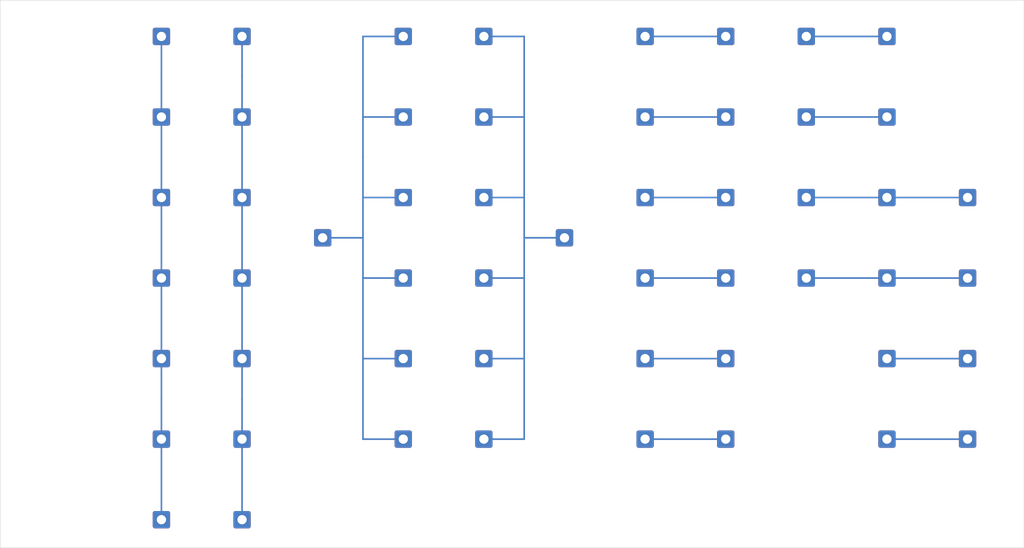
<source format=kicad_pcb>
(kicad_pcb (version 20241229) (generator "pcbnew") (generator_version "9.0")
  (layers (0 "F.Cu" signal) (2 "B.Cu" signal) (13 "F.Paste" user) (15 "B.Paste" user) (5 "F.SilkS" user "F.Silkscreen") (7 "B.SilkS" user "B.Silkscreen") (1 "F.Mask" user) (3 "B.Mask" user) (25 "Edge.Cuts" user))
  (net 0 "")
  (footprint "" (layer "F.Cu") (at 160 55)
    (property "Reference" "" (at 0 0 0) (layer "F.SilkS") (effects (font (size 1.27 1.27))))
    (property "Value" "")
    (pad "1" thru_hole roundrect (at 0 0) (size 2.15 2.15) (drill 1.15) (layers "*.Cu" "*.Mask") (roundrect_rratio 0.116279))
  )
  (footprint "Connector_Wire:SolderWire-0.5sqmm_1x01_D0.9mm_OD2.1mm" (layer "F.Cu") (at 150 65)
    (property "Reference" " " (at 0 -2.28 0) (layer "F.SilkS"))
    (property "Value" " ")
    (pad "1" thru_hole roundrect (at 0 0) (size 2.15 2.15) (drill 1.15) (layers "*.Cu" "*.Mask") (roundrect_rratio 0.116279))
  )
  (footprint "" (layer "F.Cu") (at 170 80)
    (property "Reference" "" (at 0 0 0) (layer "F.SilkS") (effects (font (size 1.27 1.27))))
    (property "Value" "")
    (pad "1" thru_hole roundrect (at 0 0) (size 2.15 2.15) (drill 1.15) (layers "*.Cu" "*.Mask") (roundrect_rratio 0.116279))
  )
  (footprint "" (layer "F.Cu") (at 130 75)
    (property "Reference" "" (at 0 0 0) (layer "F.SilkS") (effects (font (size 1.27 1.27))))
    (property "Value" "")
    (pad "1" thru_hole roundrect (at 0 0) (size 2.15 2.15) (drill 1.15) (layers "*.Cu" "*.Mask") (roundrect_rratio 0.116279))
  )
  (footprint "" (layer "F.Cu") (at 180 105)
    (property "Reference" "" (at 0 0 0) (layer "F.SilkS") (effects (font (size 1.27 1.27))))
    (property "Value" "")
    (pad "1" thru_hole roundrect (at 0 0) (size 2.15 2.15) (drill 1.15) (layers "*.Cu" "*.Mask") (roundrect_rratio 0.116279))
  )
  (footprint "" (layer "F.Cu") (at 210 85)
    (property "Reference" "" (at 0 0 0) (layer "F.SilkS") (effects (font (size 1.27 1.27))))
    (property "Value" "")
    (pad "1" thru_hole roundrect (at 0 0) (size 2.15 2.15) (drill 1.15) (layers "*.Cu" "*.Mask") (roundrect_rratio 0.116279))
  )
  (footprint "" (layer "F.Cu") (at 160 105)
    (property "Reference" "" (at 0 0 0) (layer "F.SilkS") (effects (font (size 1.27 1.27))))
    (property "Value" "")
    (pad "1" thru_hole roundrect (at 0 0) (size 2.15 2.15) (drill 1.15) (layers "*.Cu" "*.Mask") (roundrect_rratio 0.116279))
  )
  (footprint "" (layer "F.Cu") (at 150 95)
    (property "Reference" "" (at 0 0 0) (layer "F.SilkS") (effects (font (size 1.27 1.27))))
    (property "Value" "")
    (pad "1" thru_hole roundrect (at 0 0) (size 2.15 2.15) (drill 1.15) (layers "*.Cu" "*.Mask") (roundrect_rratio 0.116279))
  )
  (footprint "" (layer "F.Cu") (at 130 55)
    (property "Reference" "" (at 0 0 0) (layer "F.SilkS") (effects (font (size 1.27 1.27))))
    (property "Value" "")
    (pad "1" thru_hole roundrect (at 0 0) (size 2.15 2.15) (drill 1.15) (layers "*.Cu" "*.Mask") (roundrect_rratio 0.116279))
  )
  (footprint "" (layer "F.Cu") (at 160 75)
    (property "Reference" "" (at 0 0 0) (layer "F.SilkS") (effects (font (size 1.27 1.27))))
    (property "Value" "")
    (pad "1" thru_hole roundrect (at 0 0) (size 2.15 2.15) (drill 1.15) (layers "*.Cu" "*.Mask") (roundrect_rratio 0.116279))
  )
  (footprint "" (layer "F.Cu") (at 200 65)
    (property "Reference" "" (at 0 0 0) (layer "F.SilkS") (effects (font (size 1.27 1.27))))
    (property "Value" "")
    (pad "1" thru_hole roundrect (at 0 0) (size 2.15 2.15) (drill 1.15) (layers "*.Cu" "*.Mask") (roundrect_rratio 0.116279))
  )
  (footprint "" (layer "F.Cu") (at 220 95)
    (property "Reference" "" (at 0 0 0) (layer "F.SilkS") (effects (font (size 1.27 1.27))))
    (property "Value" "")
    (pad "1" thru_hole roundrect (at 0 0) (size 2.15 2.15) (drill 1.15) (layers "*.Cu" "*.Mask") (roundrect_rratio 0.116279))
  )
  (footprint "" (layer "F.Cu") (at 210 105)
    (property "Reference" "" (at 0 0 0) (layer "F.SilkS") (effects (font (size 1.27 1.27))))
    (property "Value" "")
    (pad "1" thru_hole roundrect (at 0 0) (size 2.15 2.15) (drill 1.15) (layers "*.Cu" "*.Mask") (roundrect_rratio 0.116279))
  )
  (footprint "" (layer "F.Cu") (at 150 55)
    (property "Reference" "" (at 0 0 0) (layer "F.SilkS") (effects (font (size 1.27 1.27))))
    (property "Value" "")
    (pad "1" thru_hole roundrect (at 0 0) (size 2.15 2.15) (drill 1.15) (layers "*.Cu" "*.Mask") (roundrect_rratio 0.116279))
  )
  (footprint "" (layer "F.Cu") (at 190 75)
    (property "Reference" "" (at 0 0 0) (layer "F.SilkS") (effects (font (size 1.27 1.27))))
    (property "Value" "")
    (pad "1" thru_hole roundrect (at 0 0) (size 2.15 2.15) (drill 1.15) (layers "*.Cu" "*.Mask") (roundrect_rratio 0.116279))
  )
  (footprint "" (layer "F.Cu") (at 180 55)
    (property "Reference" "" (at 0 0 0) (layer "F.SilkS") (effects (font (size 1.27 1.27))))
    (property "Value" "")
    (pad "1" thru_hole roundrect (at 0 0) (size 2.15 2.15) (drill 1.15) (layers "*.Cu" "*.Mask") (roundrect_rratio 0.116279))
  )
  (footprint "" (layer "F.Cu") (at 200 85)
    (property "Reference" "" (at 0 0 0) (layer "F.SilkS") (effects (font (size 1.27 1.27))))
    (property "Value" "")
    (pad "1" thru_hole roundrect (at 0 0) (size 2.15 2.15) (drill 1.15) (layers "*.Cu" "*.Mask") (roundrect_rratio 0.116279))
  )
  (footprint "" (layer "F.Cu") (at 120 65)
    (property "Reference" "" (at 0 0 0) (layer "F.SilkS") (effects (font (size 1.27 1.27))))
    (property "Value" "")
    (pad "1" thru_hole roundrect (at 0 0) (size 2.15 2.15) (drill 1.15) (layers "*.Cu" "*.Mask") (roundrect_rratio 0.116279))
  )
  (footprint "" (layer "F.Cu") (at 190 55)
    (property "Reference" "" (at 0 0 0) (layer "F.SilkS") (effects (font (size 1.27 1.27))))
    (property "Value" "")
    (pad "1" thru_hole roundrect (at 0 0) (size 2.15 2.15) (drill 1.15) (layers "*.Cu" "*.Mask") (roundrect_rratio 0.116279))
  )
  (footprint "" (layer "F.Cu") (at 190 105)
    (property "Reference" "" (at 0 0 0) (layer "F.SilkS") (effects (font (size 1.27 1.27))))
    (property "Value" "")
    (pad "1" thru_hole roundrect (at 0 0) (size 2.15 2.15) (drill 1.15) (layers "*.Cu" "*.Mask") (roundrect_rratio 0.116279))
  )
  (footprint "" (layer "F.Cu") (at 210 55)
    (property "Reference" "" (at 0 0 0) (layer "F.SilkS") (effects (font (size 1.27 1.27))))
    (property "Value" "")
    (pad "1" thru_hole roundrect (at 0 0) (size 2.15 2.15) (drill 1.15) (layers "*.Cu" "*.Mask") (roundrect_rratio 0.116279))
  )
  (footprint "" (layer "F.Cu") (at 130 105)
    (property "Reference" "" (at 0 0 0) (layer "F.SilkS") (effects (font (size 1.27 1.27))))
    (property "Value" "")
    (pad "1" thru_hole roundrect (at 0 0) (size 2.15 2.15) (drill 1.15) (layers "*.Cu" "*.Mask") (roundrect_rratio 0.116279))
  )
  (footprint "" (layer "F.Cu") (at 190 85)
    (property "Reference" "" (at 0 0 0) (layer "F.SilkS") (effects (font (size 1.27 1.27))))
    (property "Value" "")
    (pad "1" thru_hole roundrect (at 0 0) (size 2.15 2.15) (drill 1.15) (layers "*.Cu" "*.Mask") (roundrect_rratio 0.116279))
  )
  (footprint "" (layer "F.Cu") (at 180 75)
    (property "Reference" "" (at 0 0 0) (layer "F.SilkS") (effects (font (size 1.27 1.27))))
    (property "Value" "")
    (pad "1" thru_hole roundrect (at 0 0) (size 2.15 2.15) (drill 1.15) (layers "*.Cu" "*.Mask") (roundrect_rratio 0.116279))
  )
  (footprint "" (layer "F.Cu") (at 130 85)
    (property "Reference" "" (at 0 0 0) (layer "F.SilkS") (effects (font (size 1.27 1.27))))
    (property "Value" "")
    (pad "1" thru_hole roundrect (at 0 0) (size 2.15 2.15) (drill 1.15) (layers "*.Cu" "*.Mask") (roundrect_rratio 0.116279))
  )
  (footprint "" (layer "F.Cu") (at 160 95)
    (property "Reference" "" (at 0 0 0) (layer "F.SilkS") (effects (font (size 1.27 1.27))))
    (property "Value" "")
    (pad "1" thru_hole roundrect (at 0 0) (size 2.15 2.15) (drill 1.15) (layers "*.Cu" "*.Mask") (roundrect_rratio 0.116279))
  )
  (footprint "" (layer "F.Cu") (at 130 115)
    (property "Reference" "" (at 0 0 0) (layer "F.SilkS") (effects (font (size 1.27 1.27))))
    (property "Value" "")
    (pad "1" thru_hole roundrect (at 0 0) (size 2.15 2.15) (drill 1.15) (layers "*.Cu" "*.Mask") (roundrect_rratio 0.116279))
  )
  (footprint "" (layer "F.Cu") (at 150 105)
    (property "Reference" "" (at 0 0 0) (layer "F.SilkS") (effects (font (size 1.27 1.27))))
    (property "Value" "")
    (pad "1" thru_hole roundrect (at 0 0) (size 2.15 2.15) (drill 1.15) (layers "*.Cu" "*.Mask") (roundrect_rratio 0.116279))
  )
  (footprint "" (layer "F.Cu") (at 120 115)
    (property "Reference" "" (at 0 0 0) (layer "F.SilkS") (effects (font (size 1.27 1.27))))
    (property "Value" "")
    (pad "1" thru_hole roundrect (at 0 0) (size 2.15 2.15) (drill 1.15) (layers "*.Cu" "*.Mask") (roundrect_rratio 0.116279))
  )
  (footprint "" (layer "F.Cu") (at 120 75)
    (property "Reference" "" (at 0 0 0) (layer "F.SilkS") (effects (font (size 1.27 1.27))))
    (property "Value" "")
    (pad "1" thru_hole roundrect (at 0 0) (size 2.15 2.15) (drill 1.15) (layers "*.Cu" "*.Mask") (roundrect_rratio 0.116279))
  )
  (footprint "" (layer "F.Cu") (at 220 85)
    (property "Reference" "" (at 0 0 0) (layer "F.SilkS") (effects (font (size 1.27 1.27))))
    (property "Value" "")
    (pad "1" thru_hole roundrect (at 0 0) (size 2.15 2.15) (drill 1.15) (layers "*.Cu" "*.Mask") (roundrect_rratio 0.116279))
  )
  (footprint "" (layer "F.Cu") (at 180 65)
    (property "Reference" "" (at 0 0 0) (layer "F.SilkS") (effects (font (size 1.27 1.27))))
    (property "Value" "")
    (pad "1" thru_hole roundrect (at 0 0) (size 2.15 2.15) (drill 1.15) (layers "*.Cu" "*.Mask") (roundrect_rratio 0.116279))
  )
  (footprint "" (layer "F.Cu") (at 120 55)
    (property "Reference" "" (at 0 0 0) (layer "F.SilkS") (effects (font (size 1.27 1.27))))
    (property "Value" "")
    (pad "1" thru_hole roundrect (at 0 0) (size 2.15 2.15) (drill 1.15) (layers "*.Cu" "*.Mask") (roundrect_rratio 0.116279))
  )
  (footprint "" (layer "F.Cu") (at 150 75)
    (property "Reference" "" (at 0 0 0) (layer "F.SilkS") (effects (font (size 1.27 1.27))))
    (property "Value" "")
    (pad "1" thru_hole roundrect (at 0 0) (size 2.15 2.15) (drill 1.15) (layers "*.Cu" "*.Mask") (roundrect_rratio 0.116279))
  )
  (footprint "" (layer "F.Cu") (at 190 65)
    (property "Reference" "" (at 0 0 0) (layer "F.SilkS") (effects (font (size 1.27 1.27))))
    (property "Value" "")
    (pad "1" thru_hole roundrect (at 0 0) (size 2.15 2.15) (drill 1.15) (layers "*.Cu" "*.Mask") (roundrect_rratio 0.116279))
  )
  (footprint "" (layer "F.Cu") (at 210 95)
    (property "Reference" "" (at 0 0 0) (layer "F.SilkS") (effects (font (size 1.27 1.27))))
    (property "Value" "")
    (pad "1" thru_hole roundrect (at 0 0) (size 2.15 2.15) (drill 1.15) (layers "*.Cu" "*.Mask") (roundrect_rratio 0.116279))
  )
  (footprint "" (layer "F.Cu") (at 190 95)
    (property "Reference" "" (at 0 0 0) (layer "F.SilkS") (effects (font (size 1.27 1.27))))
    (property "Value" "")
    (pad "1" thru_hole roundrect (at 0 0) (size 2.15 2.15) (drill 1.15) (layers "*.Cu" "*.Mask") (roundrect_rratio 0.116279))
  )
  (footprint "" (layer "F.Cu") (at 150 85)
    (property "Reference" "" (at 0 0 0) (layer "F.SilkS") (effects (font (size 1.27 1.27))))
    (property "Value" "")
    (pad "1" thru_hole roundrect (at 0 0) (size 2.15 2.15) (drill 1.15) (layers "*.Cu" "*.Mask") (roundrect_rratio 0.116279))
  )
  (footprint "" (layer "F.Cu") (at 200 55)
    (property "Reference" "" (at 0 0 0) (layer "F.SilkS") (effects (font (size 1.27 1.27))))
    (property "Value" "")
    (pad "1" thru_hole roundrect (at 0 0) (size 2.15 2.15) (drill 1.15) (layers "*.Cu" "*.Mask") (roundrect_rratio 0.116279))
  )
  (footprint "" (layer "F.Cu") (at 130 95)
    (property "Reference" "" (at 0 0 0) (layer "F.SilkS") (effects (font (size 1.27 1.27))))
    (property "Value" "")
    (pad "1" thru_hole roundrect (at 0 0) (size 2.15 2.15) (drill 1.15) (layers "*.Cu" "*.Mask") (roundrect_rratio 0.116279))
  )
  (footprint "" (layer "F.Cu") (at 120 105)
    (property "Reference" "" (at 0 0 0) (layer "F.SilkS") (effects (font (size 1.27 1.27))))
    (property "Value" "")
    (pad "1" thru_hole roundrect (at 0 0) (size 2.15 2.15) (drill 1.15) (layers "*.Cu" "*.Mask") (roundrect_rratio 0.116279))
  )
  (footprint "" (layer "F.Cu") (at 220 75)
    (property "Reference" "" (at 0 0 0) (layer "F.SilkS") (effects (font (size 1.27 1.27))))
    (property "Value" "")
    (pad "1" thru_hole roundrect (at 0 0) (size 2.15 2.15) (drill 1.15) (layers "*.Cu" "*.Mask") (roundrect_rratio 0.116279))
  )
  (footprint "" (layer "F.Cu") (at 130 65)
    (property "Reference" "" (at 0 0 0) (layer "F.SilkS") (effects (font (size 1.27 1.27))))
    (property "Value" "")
    (pad "1" thru_hole roundrect (at 0 0) (size 2.15 2.15) (drill 1.15) (layers "*.Cu" "*.Mask") (roundrect_rratio 0.116279))
  )
  (footprint "" (layer "F.Cu") (at 160 85)
    (property "Reference" "" (at 0 0 0) (layer "F.SilkS") (effects (font (size 1.27 1.27))))
    (property "Value" "")
    (pad "1" thru_hole roundrect (at 0 0) (size 2.15 2.15) (drill 1.15) (layers "*.Cu" "*.Mask") (roundrect_rratio 0.116279))
  )
  (footprint "" (layer "F.Cu") (at 120 95)
    (property "Reference" "" (at 0 0 0) (layer "F.SilkS") (effects (font (size 1.27 1.27))))
    (property "Value" "")
    (pad "1" thru_hole roundrect (at 0 0) (size 2.15 2.15) (drill 1.15) (layers "*.Cu" "*.Mask") (roundrect_rratio 0.116279))
  )
  (footprint "" (layer "F.Cu") (at 180 95)
    (property "Reference" "" (at 0 0 0) (layer "F.SilkS") (effects (font (size 1.27 1.27))))
    (property "Value" "")
    (pad "1" thru_hole roundrect (at 0 0) (size 2.15 2.15) (drill 1.15) (layers "*.Cu" "*.Mask") (roundrect_rratio 0.116279))
  )
  (footprint "" (layer "F.Cu") (at 160 65)
    (property "Reference" "" (at 0 0 0) (layer "F.SilkS") (effects (font (size 1.27 1.27))))
    (property "Value" "")
    (pad "1" thru_hole roundrect (at 0 0) (size 2.15 2.15) (drill 1.15) (layers "*.Cu" "*.Mask") (roundrect_rratio 0.116279))
  )
  (footprint "" (layer "F.Cu") (at 220 105)
    (property "Reference" "" (at 0 0 0) (layer "F.SilkS") (effects (font (size 1.27 1.27))))
    (property "Value" "")
    (pad "1" thru_hole roundrect (at 0 0) (size 2.15 2.15) (drill 1.15) (layers "*.Cu" "*.Mask") (roundrect_rratio 0.116279))
  )
  (footprint "" (layer "F.Cu") (at 200 75)
    (property "Reference" "" (at 0 0 0) (layer "F.SilkS") (effects (font (size 1.27 1.27))))
    (property "Value" "")
    (pad "1" thru_hole roundrect (at 0 0) (size 2.15 2.15) (drill 1.15) (layers "*.Cu" "*.Mask") (roundrect_rratio 0.116279))
  )
  (footprint "" (layer "F.Cu") (at 120 85)
    (property "Reference" "" (at 0 0 0) (layer "F.SilkS") (effects (font (size 1.27 1.27))))
    (property "Value" "")
    (pad "1" thru_hole roundrect (at 0 0) (size 2.15 2.15) (drill 1.15) (layers "*.Cu" "*.Mask") (roundrect_rratio 0.116279))
  )
  (footprint "" (layer "F.Cu") (at 210 65)
    (property "Reference" "" (at 0 0 0) (layer "F.SilkS") (effects (font (size 1.27 1.27))))
    (property "Value" "")
    (pad "1" thru_hole roundrect (at 0 0) (size 2.15 2.15) (drill 1.15) (layers "*.Cu" "*.Mask") (roundrect_rratio 0.116279))
  )
  (footprint "" (layer "F.Cu") (at 140 80)
    (property "Reference" "" (at 0 0 0) (layer "F.SilkS") (effects (font (size 1.27 1.27))))
    (property "Value" "")
    (pad "1" thru_hole roundrect (at 0 0) (size 2.15 2.15) (drill 1.15) (layers "*.Cu" "*.Mask") (roundrect_rratio 0.116279))
  )
  (footprint "" (layer "F.Cu") (at 180 85)
    (property "Reference" "" (at 0 0 0) (layer "F.SilkS") (effects (font (size 1.27 1.27))))
    (property "Value" "")
    (pad "1" thru_hole roundrect (at 0 0) (size 2.15 2.15) (drill 1.15) (layers "*.Cu" "*.Mask") (roundrect_rratio 0.116279))
  )
  (footprint "" (layer "F.Cu") (at 210 75)
    (property "Reference" "" (at 0 0 0) (layer "F.SilkS") (effects (font (size 1.27 1.27))))
    (property "Value" "")
    (pad "1" thru_hole roundrect (at 0 0) (size 2.15 2.15) (drill 1.15) (layers "*.Cu" "*.Mask") (roundrect_rratio 0.116279))
  )
  (gr_line (start 150 95) (end 145 95) (stroke (width 0.2)) (layer "B.Cu"))
  (gr_line (start 160 95) (end 165 95) (stroke (width 0.2)) (layer "B.Cu"))
  (gr_line (start 130 105) (end 130 115) (stroke (width 0.2)) (layer "B.Cu"))
  (gr_line (start 145 105) (end 145 85) (stroke (width 0.2)) (layer "B.Cu"))
  (gr_line (start 145 85) (end 145 70) (stroke (width 0.2)) (layer "B.Cu"))
  (gr_line (start 150 105) (end 145 105) (stroke (width 0.2)) (layer "B.Cu"))
  (gr_line (start 165 80) (end 170 80) (stroke (width 0.2)) (layer "B.Cu"))
  (gr_line (start 130 60) (end 130 55) (stroke (width 0.2)) (layer "B.Cu"))
  (gr_line (start 190 75) (end 180 75) (stroke (width 0.2)) (layer "B.Cu"))
  (gr_line (start 190 105) (end 180 105) (stroke (width 0.2)) (layer "B.Cu"))
  (gr_line (start 145 55) (end 150 55) (stroke (width 0.2)) (layer "B.Cu"))
  (gr_line (start 120 65) (end 120 100) (stroke (width 0.2)) (layer "B.Cu"))
  (gr_line (start 145 65) (end 145 70) (stroke (width 0.2)) (layer "B.Cu"))
  (gr_line (start 220 95) (end 210 95) (stroke (width 0.2)) (layer "B.Cu"))
  (gr_line (start 165 65) (end 160 65) (stroke (width 0.2)) (layer "B.Cu"))
  (gr_line (start 130 65) (end 130 60) (stroke (width 0.2)) (layer "B.Cu"))
  (gr_line (start 165 85) (end 165 70) (stroke (width 0.2)) (layer "B.Cu"))
  (gr_line (start 165 65) (end 165 55) (stroke (width 0.2)) (layer "B.Cu"))
  (gr_line (start 165 55) (end 160 55) (stroke (width 0.2)) (layer "B.Cu"))
  (gr_line (start 130 65) (end 130 100) (stroke (width 0.2)) (layer "B.Cu"))
  (gr_line (start 145 80) (end 140 80) (stroke (width 0.2)) (layer "B.Cu"))
  (gr_line (start 160 75) (end 165 75) (stroke (width 0.2)) (layer "B.Cu"))
  (gr_line (start 220 75) (end 200 75) (stroke (width 0.2)) (layer "B.Cu"))
  (gr_line (start 220 105) (end 210 105) (stroke (width 0.2)) (layer "B.Cu"))
  (gr_line (start 165 65) (end 165 70) (stroke (width 0.2)) (layer "B.Cu"))
  (gr_line (start 190 85) (end 180 85) (stroke (width 0.2)) (layer "B.Cu"))
  (gr_line (start 220 85) (end 200 85) (stroke (width 0.2)) (layer "B.Cu"))
  (gr_line (start 165 105) (end 165 85) (stroke (width 0.2)) (layer "B.Cu"))
  (gr_line (start 210 55) (end 200 55) (stroke (width 0.2)) (layer "B.Cu"))
  (gr_line (start 130 100) (end 130 105) (stroke (width 0.2)) (layer "B.Cu"))
  (gr_line (start 145 65) (end 150 65) (stroke (width 0.2)) (layer "B.Cu"))
  (gr_line (start 150 85) (end 145 85) (stroke (width 0.2)) (layer "B.Cu"))
  (gr_line (start 120 65) (end 120 60) (stroke (width 0.2)) (layer "B.Cu"))
  (gr_line (start 210 65) (end 200 65) (stroke (width 0.2)) (layer "B.Cu"))
  (gr_line (start 120 100) (end 120 105) (stroke (width 0.2)) (layer "B.Cu"))
  (gr_line (start 120 105) (end 120 115) (stroke (width 0.2)) (layer "B.Cu"))
  (gr_line (start 190 55) (end 180 55) (stroke (width 0.2)) (layer "B.Cu"))
  (gr_line (start 145 65) (end 145 55) (stroke (width 0.2)) (layer "B.Cu"))
  (gr_line (start 150 75) (end 145 75) (stroke (width 0.2)) (layer "B.Cu"))
  (gr_line (start 160 105) (end 165 105) (stroke (width 0.2)) (layer "B.Cu"))
  (gr_line (start 190 65) (end 180 65) (stroke (width 0.2)) (layer "B.Cu"))
  (gr_line (start 120 60) (end 120 55) (stroke (width 0.2)) (layer "B.Cu"))
  (gr_line (start 190 95) (end 180 95) (stroke (width 0.2)) (layer "B.Cu"))
  (gr_line (start 160 85) (end 165 85) (stroke (width 0.2)) (layer "B.Cu"))
  (gr_line (start 100 118.5) (end 100 50.5) (stroke (width 0.05)) (layer "Edge.Cuts"))
  (gr_line (start 227 50.5) (end 227 118.5) (stroke (width 0.05)) (layer "Edge.Cuts"))
  (gr_line (start 227 118.5) (end 100 118.5) (stroke (width 0.05)) (layer "Edge.Cuts"))
  (gr_line (start 100 50.5) (end 227 50.5) (stroke (width 0.05)) (layer "Edge.Cuts"))
)
</source>
